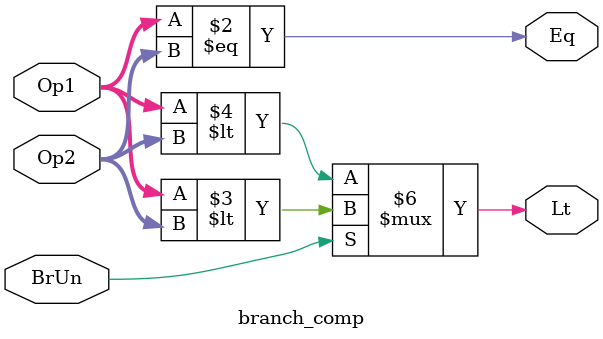
<source format=sv>
`timescale 1ns / 1ps

module branch_comp (
    input  logic signed [31:0] Op1,
    input  logic signed [31:0] Op2,
    input  logic BrUn,
    output logic Eq,
    output logic Lt
);

always_comb begin
    Eq = (Op1 == Op2);  

    if (BrUn) begin
        Lt = ( $unsigned(Op1) < $unsigned(Op2) );
    end else begin
        Lt = (Op1 < Op2);  
    end
end

endmodule

</source>
